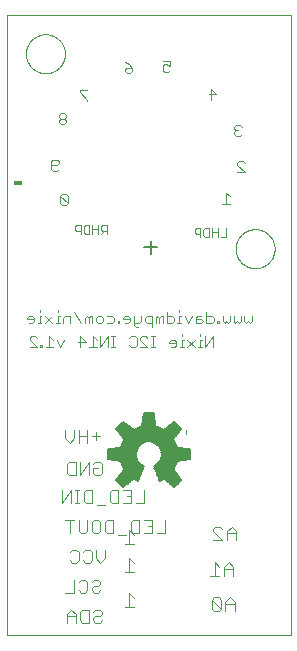
<source format=gbo>
G75*
%MOIN*%
%OFA0B0*%
%FSLAX25Y25*%
%IPPOS*%
%LPD*%
%AMOC8*
5,1,8,0,0,1.08239X$1,22.5*
%
%ADD10C,0.00000*%
%ADD11C,0.00300*%
%ADD12C,0.00400*%
%ADD13C,0.00600*%
%ADD14C,0.00591*%
%ADD15R,0.03000X0.01800*%
D10*
X0007524Y0024687D02*
X0007524Y0231380D01*
X0102012Y0231380D01*
X0102012Y0024687D01*
X0007524Y0024687D01*
X0083701Y0153624D02*
X0083703Y0153785D01*
X0083709Y0153945D01*
X0083719Y0154106D01*
X0083733Y0154266D01*
X0083751Y0154426D01*
X0083772Y0154585D01*
X0083798Y0154744D01*
X0083828Y0154902D01*
X0083861Y0155059D01*
X0083899Y0155216D01*
X0083940Y0155371D01*
X0083985Y0155525D01*
X0084034Y0155678D01*
X0084087Y0155830D01*
X0084143Y0155981D01*
X0084204Y0156130D01*
X0084267Y0156278D01*
X0084335Y0156424D01*
X0084406Y0156568D01*
X0084480Y0156710D01*
X0084558Y0156851D01*
X0084640Y0156989D01*
X0084725Y0157126D01*
X0084813Y0157260D01*
X0084905Y0157392D01*
X0085000Y0157522D01*
X0085098Y0157650D01*
X0085199Y0157775D01*
X0085303Y0157897D01*
X0085410Y0158017D01*
X0085520Y0158134D01*
X0085633Y0158249D01*
X0085749Y0158360D01*
X0085868Y0158469D01*
X0085989Y0158574D01*
X0086113Y0158677D01*
X0086239Y0158777D01*
X0086367Y0158873D01*
X0086498Y0158966D01*
X0086632Y0159056D01*
X0086767Y0159143D01*
X0086905Y0159226D01*
X0087044Y0159306D01*
X0087186Y0159382D01*
X0087329Y0159455D01*
X0087474Y0159524D01*
X0087621Y0159590D01*
X0087769Y0159652D01*
X0087919Y0159710D01*
X0088070Y0159765D01*
X0088223Y0159816D01*
X0088377Y0159863D01*
X0088532Y0159906D01*
X0088688Y0159945D01*
X0088844Y0159981D01*
X0089002Y0160012D01*
X0089160Y0160040D01*
X0089319Y0160064D01*
X0089479Y0160084D01*
X0089639Y0160100D01*
X0089799Y0160112D01*
X0089960Y0160120D01*
X0090121Y0160124D01*
X0090281Y0160124D01*
X0090442Y0160120D01*
X0090603Y0160112D01*
X0090763Y0160100D01*
X0090923Y0160084D01*
X0091083Y0160064D01*
X0091242Y0160040D01*
X0091400Y0160012D01*
X0091558Y0159981D01*
X0091714Y0159945D01*
X0091870Y0159906D01*
X0092025Y0159863D01*
X0092179Y0159816D01*
X0092332Y0159765D01*
X0092483Y0159710D01*
X0092633Y0159652D01*
X0092781Y0159590D01*
X0092928Y0159524D01*
X0093073Y0159455D01*
X0093216Y0159382D01*
X0093358Y0159306D01*
X0093497Y0159226D01*
X0093635Y0159143D01*
X0093770Y0159056D01*
X0093904Y0158966D01*
X0094035Y0158873D01*
X0094163Y0158777D01*
X0094289Y0158677D01*
X0094413Y0158574D01*
X0094534Y0158469D01*
X0094653Y0158360D01*
X0094769Y0158249D01*
X0094882Y0158134D01*
X0094992Y0158017D01*
X0095099Y0157897D01*
X0095203Y0157775D01*
X0095304Y0157650D01*
X0095402Y0157522D01*
X0095497Y0157392D01*
X0095589Y0157260D01*
X0095677Y0157126D01*
X0095762Y0156989D01*
X0095844Y0156851D01*
X0095922Y0156710D01*
X0095996Y0156568D01*
X0096067Y0156424D01*
X0096135Y0156278D01*
X0096198Y0156130D01*
X0096259Y0155981D01*
X0096315Y0155830D01*
X0096368Y0155678D01*
X0096417Y0155525D01*
X0096462Y0155371D01*
X0096503Y0155216D01*
X0096541Y0155059D01*
X0096574Y0154902D01*
X0096604Y0154744D01*
X0096630Y0154585D01*
X0096651Y0154426D01*
X0096669Y0154266D01*
X0096683Y0154106D01*
X0096693Y0153945D01*
X0096699Y0153785D01*
X0096701Y0153624D01*
X0096699Y0153463D01*
X0096693Y0153303D01*
X0096683Y0153142D01*
X0096669Y0152982D01*
X0096651Y0152822D01*
X0096630Y0152663D01*
X0096604Y0152504D01*
X0096574Y0152346D01*
X0096541Y0152189D01*
X0096503Y0152032D01*
X0096462Y0151877D01*
X0096417Y0151723D01*
X0096368Y0151570D01*
X0096315Y0151418D01*
X0096259Y0151267D01*
X0096198Y0151118D01*
X0096135Y0150970D01*
X0096067Y0150824D01*
X0095996Y0150680D01*
X0095922Y0150538D01*
X0095844Y0150397D01*
X0095762Y0150259D01*
X0095677Y0150122D01*
X0095589Y0149988D01*
X0095497Y0149856D01*
X0095402Y0149726D01*
X0095304Y0149598D01*
X0095203Y0149473D01*
X0095099Y0149351D01*
X0094992Y0149231D01*
X0094882Y0149114D01*
X0094769Y0148999D01*
X0094653Y0148888D01*
X0094534Y0148779D01*
X0094413Y0148674D01*
X0094289Y0148571D01*
X0094163Y0148471D01*
X0094035Y0148375D01*
X0093904Y0148282D01*
X0093770Y0148192D01*
X0093635Y0148105D01*
X0093497Y0148022D01*
X0093358Y0147942D01*
X0093216Y0147866D01*
X0093073Y0147793D01*
X0092928Y0147724D01*
X0092781Y0147658D01*
X0092633Y0147596D01*
X0092483Y0147538D01*
X0092332Y0147483D01*
X0092179Y0147432D01*
X0092025Y0147385D01*
X0091870Y0147342D01*
X0091714Y0147303D01*
X0091558Y0147267D01*
X0091400Y0147236D01*
X0091242Y0147208D01*
X0091083Y0147184D01*
X0090923Y0147164D01*
X0090763Y0147148D01*
X0090603Y0147136D01*
X0090442Y0147128D01*
X0090281Y0147124D01*
X0090121Y0147124D01*
X0089960Y0147128D01*
X0089799Y0147136D01*
X0089639Y0147148D01*
X0089479Y0147164D01*
X0089319Y0147184D01*
X0089160Y0147208D01*
X0089002Y0147236D01*
X0088844Y0147267D01*
X0088688Y0147303D01*
X0088532Y0147342D01*
X0088377Y0147385D01*
X0088223Y0147432D01*
X0088070Y0147483D01*
X0087919Y0147538D01*
X0087769Y0147596D01*
X0087621Y0147658D01*
X0087474Y0147724D01*
X0087329Y0147793D01*
X0087186Y0147866D01*
X0087044Y0147942D01*
X0086905Y0148022D01*
X0086767Y0148105D01*
X0086632Y0148192D01*
X0086498Y0148282D01*
X0086367Y0148375D01*
X0086239Y0148471D01*
X0086113Y0148571D01*
X0085989Y0148674D01*
X0085868Y0148779D01*
X0085749Y0148888D01*
X0085633Y0148999D01*
X0085520Y0149114D01*
X0085410Y0149231D01*
X0085303Y0149351D01*
X0085199Y0149473D01*
X0085098Y0149598D01*
X0085000Y0149726D01*
X0084905Y0149856D01*
X0084813Y0149988D01*
X0084725Y0150122D01*
X0084640Y0150259D01*
X0084558Y0150397D01*
X0084480Y0150538D01*
X0084406Y0150680D01*
X0084335Y0150824D01*
X0084267Y0150970D01*
X0084204Y0151118D01*
X0084143Y0151267D01*
X0084087Y0151418D01*
X0084034Y0151570D01*
X0083985Y0151723D01*
X0083940Y0151877D01*
X0083899Y0152032D01*
X0083861Y0152189D01*
X0083828Y0152346D01*
X0083798Y0152504D01*
X0083772Y0152663D01*
X0083751Y0152822D01*
X0083733Y0152982D01*
X0083719Y0153142D01*
X0083709Y0153303D01*
X0083703Y0153463D01*
X0083701Y0153624D01*
X0013819Y0218585D02*
X0013821Y0218746D01*
X0013827Y0218906D01*
X0013837Y0219067D01*
X0013851Y0219227D01*
X0013869Y0219387D01*
X0013890Y0219546D01*
X0013916Y0219705D01*
X0013946Y0219863D01*
X0013979Y0220020D01*
X0014017Y0220177D01*
X0014058Y0220332D01*
X0014103Y0220486D01*
X0014152Y0220639D01*
X0014205Y0220791D01*
X0014261Y0220942D01*
X0014322Y0221091D01*
X0014385Y0221239D01*
X0014453Y0221385D01*
X0014524Y0221529D01*
X0014598Y0221671D01*
X0014676Y0221812D01*
X0014758Y0221950D01*
X0014843Y0222087D01*
X0014931Y0222221D01*
X0015023Y0222353D01*
X0015118Y0222483D01*
X0015216Y0222611D01*
X0015317Y0222736D01*
X0015421Y0222858D01*
X0015528Y0222978D01*
X0015638Y0223095D01*
X0015751Y0223210D01*
X0015867Y0223321D01*
X0015986Y0223430D01*
X0016107Y0223535D01*
X0016231Y0223638D01*
X0016357Y0223738D01*
X0016485Y0223834D01*
X0016616Y0223927D01*
X0016750Y0224017D01*
X0016885Y0224104D01*
X0017023Y0224187D01*
X0017162Y0224267D01*
X0017304Y0224343D01*
X0017447Y0224416D01*
X0017592Y0224485D01*
X0017739Y0224551D01*
X0017887Y0224613D01*
X0018037Y0224671D01*
X0018188Y0224726D01*
X0018341Y0224777D01*
X0018495Y0224824D01*
X0018650Y0224867D01*
X0018806Y0224906D01*
X0018962Y0224942D01*
X0019120Y0224973D01*
X0019278Y0225001D01*
X0019437Y0225025D01*
X0019597Y0225045D01*
X0019757Y0225061D01*
X0019917Y0225073D01*
X0020078Y0225081D01*
X0020239Y0225085D01*
X0020399Y0225085D01*
X0020560Y0225081D01*
X0020721Y0225073D01*
X0020881Y0225061D01*
X0021041Y0225045D01*
X0021201Y0225025D01*
X0021360Y0225001D01*
X0021518Y0224973D01*
X0021676Y0224942D01*
X0021832Y0224906D01*
X0021988Y0224867D01*
X0022143Y0224824D01*
X0022297Y0224777D01*
X0022450Y0224726D01*
X0022601Y0224671D01*
X0022751Y0224613D01*
X0022899Y0224551D01*
X0023046Y0224485D01*
X0023191Y0224416D01*
X0023334Y0224343D01*
X0023476Y0224267D01*
X0023615Y0224187D01*
X0023753Y0224104D01*
X0023888Y0224017D01*
X0024022Y0223927D01*
X0024153Y0223834D01*
X0024281Y0223738D01*
X0024407Y0223638D01*
X0024531Y0223535D01*
X0024652Y0223430D01*
X0024771Y0223321D01*
X0024887Y0223210D01*
X0025000Y0223095D01*
X0025110Y0222978D01*
X0025217Y0222858D01*
X0025321Y0222736D01*
X0025422Y0222611D01*
X0025520Y0222483D01*
X0025615Y0222353D01*
X0025707Y0222221D01*
X0025795Y0222087D01*
X0025880Y0221950D01*
X0025962Y0221812D01*
X0026040Y0221671D01*
X0026114Y0221529D01*
X0026185Y0221385D01*
X0026253Y0221239D01*
X0026316Y0221091D01*
X0026377Y0220942D01*
X0026433Y0220791D01*
X0026486Y0220639D01*
X0026535Y0220486D01*
X0026580Y0220332D01*
X0026621Y0220177D01*
X0026659Y0220020D01*
X0026692Y0219863D01*
X0026722Y0219705D01*
X0026748Y0219546D01*
X0026769Y0219387D01*
X0026787Y0219227D01*
X0026801Y0219067D01*
X0026811Y0218906D01*
X0026817Y0218746D01*
X0026819Y0218585D01*
X0026817Y0218424D01*
X0026811Y0218264D01*
X0026801Y0218103D01*
X0026787Y0217943D01*
X0026769Y0217783D01*
X0026748Y0217624D01*
X0026722Y0217465D01*
X0026692Y0217307D01*
X0026659Y0217150D01*
X0026621Y0216993D01*
X0026580Y0216838D01*
X0026535Y0216684D01*
X0026486Y0216531D01*
X0026433Y0216379D01*
X0026377Y0216228D01*
X0026316Y0216079D01*
X0026253Y0215931D01*
X0026185Y0215785D01*
X0026114Y0215641D01*
X0026040Y0215499D01*
X0025962Y0215358D01*
X0025880Y0215220D01*
X0025795Y0215083D01*
X0025707Y0214949D01*
X0025615Y0214817D01*
X0025520Y0214687D01*
X0025422Y0214559D01*
X0025321Y0214434D01*
X0025217Y0214312D01*
X0025110Y0214192D01*
X0025000Y0214075D01*
X0024887Y0213960D01*
X0024771Y0213849D01*
X0024652Y0213740D01*
X0024531Y0213635D01*
X0024407Y0213532D01*
X0024281Y0213432D01*
X0024153Y0213336D01*
X0024022Y0213243D01*
X0023888Y0213153D01*
X0023753Y0213066D01*
X0023615Y0212983D01*
X0023476Y0212903D01*
X0023334Y0212827D01*
X0023191Y0212754D01*
X0023046Y0212685D01*
X0022899Y0212619D01*
X0022751Y0212557D01*
X0022601Y0212499D01*
X0022450Y0212444D01*
X0022297Y0212393D01*
X0022143Y0212346D01*
X0021988Y0212303D01*
X0021832Y0212264D01*
X0021676Y0212228D01*
X0021518Y0212197D01*
X0021360Y0212169D01*
X0021201Y0212145D01*
X0021041Y0212125D01*
X0020881Y0212109D01*
X0020721Y0212097D01*
X0020560Y0212089D01*
X0020399Y0212085D01*
X0020239Y0212085D01*
X0020078Y0212089D01*
X0019917Y0212097D01*
X0019757Y0212109D01*
X0019597Y0212125D01*
X0019437Y0212145D01*
X0019278Y0212169D01*
X0019120Y0212197D01*
X0018962Y0212228D01*
X0018806Y0212264D01*
X0018650Y0212303D01*
X0018495Y0212346D01*
X0018341Y0212393D01*
X0018188Y0212444D01*
X0018037Y0212499D01*
X0017887Y0212557D01*
X0017739Y0212619D01*
X0017592Y0212685D01*
X0017447Y0212754D01*
X0017304Y0212827D01*
X0017162Y0212903D01*
X0017023Y0212983D01*
X0016885Y0213066D01*
X0016750Y0213153D01*
X0016616Y0213243D01*
X0016485Y0213336D01*
X0016357Y0213432D01*
X0016231Y0213532D01*
X0016107Y0213635D01*
X0015986Y0213740D01*
X0015867Y0213849D01*
X0015751Y0213960D01*
X0015638Y0214075D01*
X0015528Y0214192D01*
X0015421Y0214312D01*
X0015317Y0214434D01*
X0015216Y0214559D01*
X0015118Y0214687D01*
X0015023Y0214817D01*
X0014931Y0214949D01*
X0014843Y0215083D01*
X0014758Y0215220D01*
X0014676Y0215358D01*
X0014598Y0215499D01*
X0014524Y0215641D01*
X0014453Y0215785D01*
X0014385Y0215931D01*
X0014322Y0216079D01*
X0014261Y0216228D01*
X0014205Y0216379D01*
X0014152Y0216531D01*
X0014103Y0216684D01*
X0014058Y0216838D01*
X0014017Y0216993D01*
X0013979Y0217150D01*
X0013946Y0217307D01*
X0013916Y0217465D01*
X0013890Y0217624D01*
X0013869Y0217783D01*
X0013851Y0217943D01*
X0013837Y0218103D01*
X0013827Y0218264D01*
X0013821Y0218424D01*
X0013819Y0218585D01*
D11*
X0025385Y0198788D02*
X0024778Y0198182D01*
X0024778Y0197575D01*
X0025385Y0196968D01*
X0026598Y0196968D01*
X0027205Y0197575D01*
X0027205Y0198182D01*
X0026598Y0198788D01*
X0025385Y0198788D01*
X0025385Y0196968D02*
X0024778Y0196361D01*
X0024778Y0195755D01*
X0025385Y0195148D01*
X0026598Y0195148D01*
X0027205Y0195755D01*
X0027205Y0196361D01*
X0026598Y0196968D01*
X0034252Y0203349D02*
X0031825Y0205776D01*
X0031825Y0206383D01*
X0034252Y0206383D01*
X0034252Y0203349D02*
X0034252Y0202743D01*
X0024114Y0183320D02*
X0022901Y0183320D01*
X0022294Y0182713D01*
X0022294Y0180286D01*
X0022901Y0179680D01*
X0024114Y0179680D01*
X0024721Y0180286D01*
X0024114Y0181500D02*
X0024721Y0182106D01*
X0024721Y0182713D01*
X0024114Y0183320D01*
X0024114Y0181500D02*
X0022294Y0181500D01*
X0025932Y0171804D02*
X0025325Y0171197D01*
X0027752Y0168771D01*
X0027145Y0168164D01*
X0025932Y0168164D01*
X0025325Y0168771D01*
X0025325Y0171197D01*
X0025932Y0171804D02*
X0027145Y0171804D01*
X0027752Y0171197D01*
X0027752Y0168771D01*
X0030610Y0161484D02*
X0030135Y0161009D01*
X0030135Y0160058D01*
X0030610Y0159583D01*
X0032036Y0159583D01*
X0032036Y0158632D02*
X0032036Y0161484D01*
X0030610Y0161484D01*
X0033035Y0161009D02*
X0033035Y0159108D01*
X0033510Y0158632D01*
X0034936Y0158632D01*
X0034936Y0161484D01*
X0033510Y0161484D01*
X0033035Y0161009D01*
X0035935Y0161484D02*
X0035935Y0158632D01*
X0035935Y0160058D02*
X0037836Y0160058D01*
X0038835Y0160058D02*
X0039310Y0159583D01*
X0040736Y0159583D01*
X0039786Y0159583D02*
X0038835Y0158632D01*
X0037836Y0158632D02*
X0037836Y0161484D01*
X0038835Y0161009D02*
X0038835Y0160058D01*
X0038835Y0161009D02*
X0039310Y0161484D01*
X0040736Y0161484D01*
X0040736Y0158632D01*
X0040722Y0131280D02*
X0042542Y0131280D01*
X0043149Y0130673D01*
X0043149Y0129460D01*
X0042542Y0128853D01*
X0040722Y0128853D01*
X0039524Y0129460D02*
X0039524Y0130673D01*
X0038917Y0131280D01*
X0037703Y0131280D01*
X0037097Y0130673D01*
X0037097Y0129460D01*
X0037703Y0128853D01*
X0038917Y0128853D01*
X0039524Y0129460D01*
X0038566Y0124461D02*
X0038566Y0120821D01*
X0040993Y0124461D01*
X0040993Y0120821D01*
X0042196Y0120821D02*
X0043409Y0120821D01*
X0042803Y0120821D02*
X0042803Y0124461D01*
X0043409Y0124461D02*
X0042196Y0124461D01*
X0044355Y0128853D02*
X0044961Y0128853D01*
X0044961Y0129460D01*
X0044355Y0129460D01*
X0044355Y0128853D01*
X0046160Y0130066D02*
X0048586Y0130066D01*
X0048586Y0129460D02*
X0048586Y0130673D01*
X0047980Y0131280D01*
X0046766Y0131280D01*
X0046160Y0130673D01*
X0046160Y0130066D01*
X0046766Y0128853D02*
X0047980Y0128853D01*
X0048586Y0129460D01*
X0049785Y0128853D02*
X0051605Y0128853D01*
X0052212Y0129460D01*
X0052212Y0131280D01*
X0053410Y0130673D02*
X0053410Y0129460D01*
X0054017Y0128853D01*
X0055837Y0128853D01*
X0057035Y0128853D02*
X0057035Y0130673D01*
X0057642Y0131280D01*
X0058248Y0130673D01*
X0058248Y0128853D01*
X0059462Y0128853D02*
X0059462Y0131280D01*
X0058855Y0131280D01*
X0058248Y0130673D01*
X0055837Y0131280D02*
X0055837Y0127639D01*
X0056095Y0124461D02*
X0056095Y0120821D01*
X0056702Y0120821D02*
X0055488Y0120821D01*
X0054285Y0120821D02*
X0051858Y0123248D01*
X0051858Y0123855D01*
X0052465Y0124461D01*
X0053678Y0124461D01*
X0054285Y0123855D01*
X0055488Y0124461D02*
X0056702Y0124461D01*
X0054285Y0120821D02*
X0051858Y0120821D01*
X0050660Y0121428D02*
X0050053Y0120821D01*
X0048840Y0120821D01*
X0048233Y0121428D01*
X0048233Y0123855D02*
X0048840Y0124461D01*
X0050053Y0124461D01*
X0050660Y0123855D01*
X0050660Y0121428D01*
X0050391Y0127639D02*
X0050998Y0127639D01*
X0050391Y0127639D02*
X0049785Y0128246D01*
X0049785Y0131280D01*
X0053410Y0130673D02*
X0054017Y0131280D01*
X0055837Y0131280D01*
X0060660Y0131280D02*
X0062480Y0131280D01*
X0063087Y0130673D01*
X0063087Y0129460D01*
X0062480Y0128853D01*
X0060660Y0128853D01*
X0060660Y0132493D01*
X0064290Y0128853D02*
X0065504Y0128853D01*
X0064897Y0128853D02*
X0064897Y0131280D01*
X0065504Y0131280D01*
X0066702Y0131280D02*
X0067915Y0128853D01*
X0069129Y0131280D01*
X0070327Y0130673D02*
X0070327Y0128853D01*
X0072147Y0128853D01*
X0072754Y0129460D01*
X0072147Y0130066D01*
X0070327Y0130066D01*
X0070327Y0130673D02*
X0070934Y0131280D01*
X0072147Y0131280D01*
X0073952Y0131280D02*
X0075772Y0131280D01*
X0076379Y0130673D01*
X0076379Y0129460D01*
X0075772Y0128853D01*
X0073952Y0128853D01*
X0073952Y0132493D01*
X0077585Y0129460D02*
X0077585Y0128853D01*
X0078192Y0128853D01*
X0078192Y0129460D01*
X0077585Y0129460D01*
X0079390Y0129460D02*
X0079390Y0131280D01*
X0079390Y0129460D02*
X0079997Y0128853D01*
X0080603Y0129460D01*
X0081210Y0128853D01*
X0081817Y0129460D01*
X0081817Y0131280D01*
X0083015Y0131280D02*
X0083015Y0129460D01*
X0083622Y0128853D01*
X0084229Y0129460D01*
X0084835Y0128853D01*
X0085442Y0129460D01*
X0085442Y0131280D01*
X0086640Y0131280D02*
X0086640Y0129460D01*
X0087247Y0128853D01*
X0087854Y0129460D01*
X0088460Y0128853D01*
X0089067Y0129460D01*
X0089067Y0131280D01*
X0076036Y0124461D02*
X0076036Y0120821D01*
X0073609Y0120821D02*
X0073609Y0124461D01*
X0072410Y0123248D02*
X0071804Y0123248D01*
X0071804Y0120821D01*
X0072410Y0120821D02*
X0071197Y0120821D01*
X0069994Y0120821D02*
X0067567Y0123248D01*
X0066369Y0123248D02*
X0065762Y0123248D01*
X0065762Y0120821D01*
X0066369Y0120821D02*
X0065155Y0120821D01*
X0063952Y0121428D02*
X0063952Y0122641D01*
X0063345Y0123248D01*
X0062132Y0123248D01*
X0061525Y0122641D01*
X0061525Y0122035D01*
X0063952Y0122035D01*
X0063952Y0121428D02*
X0063345Y0120821D01*
X0062132Y0120821D01*
X0065762Y0124461D02*
X0065762Y0125068D01*
X0069994Y0123248D02*
X0067567Y0120821D01*
X0071804Y0124461D02*
X0071804Y0125068D01*
X0076036Y0124461D02*
X0073609Y0120821D01*
X0064897Y0132493D02*
X0064897Y0133100D01*
X0071942Y0157632D02*
X0071942Y0160484D01*
X0070516Y0160484D01*
X0070040Y0160009D01*
X0070040Y0159058D01*
X0070516Y0158583D01*
X0071942Y0158583D01*
X0072940Y0158108D02*
X0072940Y0160009D01*
X0073416Y0160484D01*
X0074842Y0160484D01*
X0074842Y0157632D01*
X0073416Y0157632D01*
X0072940Y0158108D01*
X0075840Y0157632D02*
X0075840Y0160484D01*
X0075840Y0159058D02*
X0077742Y0159058D01*
X0077742Y0157632D02*
X0077742Y0160484D01*
X0078741Y0157632D02*
X0080642Y0157632D01*
X0080642Y0160484D01*
X0080523Y0168648D02*
X0080523Y0172288D01*
X0081736Y0171075D01*
X0081736Y0168648D02*
X0079310Y0168648D01*
X0084294Y0179195D02*
X0086721Y0179195D01*
X0084294Y0181622D01*
X0084294Y0182229D01*
X0084901Y0182835D01*
X0086114Y0182835D01*
X0086721Y0182229D01*
X0085114Y0191211D02*
X0083901Y0191211D01*
X0083294Y0191818D01*
X0083294Y0192424D01*
X0083901Y0193031D01*
X0084507Y0193031D01*
X0083901Y0193031D02*
X0083294Y0193638D01*
X0083294Y0194245D01*
X0083901Y0194851D01*
X0085114Y0194851D01*
X0085721Y0194245D01*
X0085721Y0191818D02*
X0085114Y0191211D01*
X0077221Y0205047D02*
X0074794Y0205047D01*
X0075401Y0206867D02*
X0077221Y0205047D01*
X0075401Y0203227D02*
X0075401Y0206867D01*
X0061768Y0213286D02*
X0061161Y0212680D01*
X0059948Y0212680D01*
X0059341Y0213286D01*
X0059341Y0214500D01*
X0059948Y0215106D01*
X0060554Y0215106D01*
X0061768Y0214500D01*
X0061768Y0216320D01*
X0059341Y0216320D01*
X0049236Y0214015D02*
X0047416Y0214015D01*
X0046810Y0213409D01*
X0046810Y0212802D01*
X0047416Y0212195D01*
X0048630Y0212195D01*
X0049236Y0212802D01*
X0049236Y0214015D01*
X0048023Y0215229D01*
X0046810Y0215835D01*
X0024416Y0133100D02*
X0024416Y0132493D01*
X0024416Y0131280D02*
X0024416Y0128853D01*
X0023810Y0128853D02*
X0025023Y0128853D01*
X0026221Y0128853D02*
X0026221Y0130673D01*
X0026828Y0131280D01*
X0028648Y0131280D01*
X0028648Y0128853D01*
X0032273Y0128853D02*
X0029847Y0132493D01*
X0033472Y0130673D02*
X0033472Y0128853D01*
X0034685Y0128853D02*
X0034685Y0130673D01*
X0034078Y0131280D01*
X0033472Y0130673D01*
X0034685Y0130673D02*
X0035292Y0131280D01*
X0035898Y0131280D01*
X0035898Y0128853D01*
X0036154Y0124461D02*
X0036154Y0120821D01*
X0037367Y0120821D02*
X0034941Y0120821D01*
X0033742Y0122641D02*
X0031316Y0122641D01*
X0031922Y0120821D02*
X0031922Y0124461D01*
X0033742Y0122641D01*
X0036154Y0124461D02*
X0037367Y0123248D01*
X0026492Y0123248D02*
X0025279Y0120821D01*
X0024065Y0123248D01*
X0022867Y0123248D02*
X0021654Y0124461D01*
X0021654Y0120821D01*
X0022867Y0120821D02*
X0020440Y0120821D01*
X0019242Y0120821D02*
X0019242Y0121428D01*
X0018635Y0121428D01*
X0018635Y0120821D01*
X0019242Y0120821D01*
X0017429Y0120821D02*
X0015002Y0123248D01*
X0015002Y0123855D01*
X0015609Y0124461D01*
X0016823Y0124461D01*
X0017429Y0123855D01*
X0017429Y0120821D02*
X0015002Y0120821D01*
X0014744Y0128853D02*
X0015958Y0128853D01*
X0016564Y0129460D01*
X0016564Y0130673D01*
X0015958Y0131280D01*
X0014744Y0131280D01*
X0014138Y0130673D01*
X0014138Y0130066D01*
X0016564Y0130066D01*
X0017768Y0128853D02*
X0018981Y0128853D01*
X0018374Y0128853D02*
X0018374Y0131280D01*
X0018981Y0131280D01*
X0020180Y0131280D02*
X0022606Y0128853D01*
X0020180Y0128853D02*
X0022606Y0131280D01*
X0024416Y0131280D02*
X0025023Y0131280D01*
X0018374Y0132493D02*
X0018374Y0133100D01*
D12*
X0026986Y0093325D02*
X0026986Y0090440D01*
X0028429Y0088997D01*
X0029872Y0090440D01*
X0029872Y0093325D01*
X0031337Y0093325D02*
X0031337Y0088997D01*
X0031337Y0091161D02*
X0034222Y0091161D01*
X0035687Y0091161D02*
X0038572Y0091161D01*
X0037129Y0092604D02*
X0037129Y0089719D01*
X0034222Y0088997D02*
X0034222Y0093325D01*
X0034773Y0082601D02*
X0031887Y0078273D01*
X0031887Y0082601D01*
X0030422Y0082601D02*
X0028258Y0082601D01*
X0027537Y0081880D01*
X0027537Y0078994D01*
X0028258Y0078273D01*
X0030422Y0078273D01*
X0030422Y0082601D01*
X0034773Y0082601D02*
X0034773Y0078273D01*
X0036237Y0078994D02*
X0036237Y0080437D01*
X0037680Y0080437D01*
X0039123Y0081880D02*
X0038401Y0082601D01*
X0036959Y0082601D01*
X0036237Y0081880D01*
X0039123Y0081880D02*
X0039123Y0078994D01*
X0038401Y0078273D01*
X0036959Y0078273D01*
X0036237Y0078994D01*
X0035923Y0073215D02*
X0033759Y0073215D01*
X0033038Y0072494D01*
X0033038Y0069608D01*
X0033759Y0068887D01*
X0035923Y0068887D01*
X0035923Y0073215D01*
X0037388Y0068166D02*
X0040274Y0068166D01*
X0041738Y0069608D02*
X0041738Y0072494D01*
X0042460Y0073215D01*
X0044624Y0073215D01*
X0044624Y0068887D01*
X0042460Y0068887D01*
X0041738Y0069608D01*
X0040759Y0063215D02*
X0042923Y0063215D01*
X0042923Y0058887D01*
X0040759Y0058887D01*
X0040038Y0059608D01*
X0040038Y0062494D01*
X0040759Y0063215D01*
X0038573Y0062494D02*
X0038573Y0059608D01*
X0037852Y0058887D01*
X0036409Y0058887D01*
X0035688Y0059608D01*
X0035688Y0062494D01*
X0036409Y0063215D01*
X0037852Y0063215D01*
X0038573Y0062494D01*
X0034223Y0063215D02*
X0034223Y0059608D01*
X0033502Y0058887D01*
X0032059Y0058887D01*
X0031338Y0059608D01*
X0031338Y0063215D01*
X0029873Y0063215D02*
X0026988Y0063215D01*
X0028430Y0063215D02*
X0028430Y0058887D01*
X0029208Y0053325D02*
X0028486Y0052604D01*
X0029208Y0053325D02*
X0030650Y0053325D01*
X0031372Y0052604D01*
X0031372Y0049719D01*
X0030650Y0048997D01*
X0029208Y0048997D01*
X0028486Y0049719D01*
X0032837Y0049719D02*
X0033558Y0048997D01*
X0035001Y0048997D01*
X0035722Y0049719D01*
X0035722Y0052604D01*
X0035001Y0053325D01*
X0033558Y0053325D01*
X0032837Y0052604D01*
X0037187Y0053325D02*
X0037187Y0050440D01*
X0038629Y0048997D01*
X0040072Y0050440D01*
X0040072Y0053325D01*
X0044388Y0058166D02*
X0047274Y0058166D01*
X0048309Y0059806D02*
X0048309Y0055202D01*
X0046775Y0055202D02*
X0049844Y0055202D01*
X0049844Y0058271D02*
X0048309Y0059806D01*
X0048738Y0059608D02*
X0048738Y0062494D01*
X0049460Y0063215D01*
X0051624Y0063215D01*
X0051624Y0058887D01*
X0049460Y0058887D01*
X0048738Y0059608D01*
X0053089Y0058887D02*
X0055974Y0058887D01*
X0055974Y0063215D01*
X0053089Y0063215D01*
X0054531Y0061051D02*
X0055974Y0061051D01*
X0057439Y0058887D02*
X0060324Y0058887D01*
X0060324Y0063215D01*
X0053324Y0068887D02*
X0050439Y0068887D01*
X0048974Y0068887D02*
X0046089Y0068887D01*
X0047531Y0071051D02*
X0048974Y0071051D01*
X0048974Y0073215D02*
X0048974Y0068887D01*
X0048974Y0073215D02*
X0046089Y0073215D01*
X0053324Y0073215D02*
X0053324Y0068887D01*
X0048309Y0050357D02*
X0048309Y0045753D01*
X0046775Y0045753D02*
X0049844Y0045753D01*
X0049844Y0048823D02*
X0048309Y0050357D01*
X0048325Y0038727D02*
X0048325Y0034123D01*
X0049860Y0034123D02*
X0046790Y0034123D01*
X0049860Y0037193D02*
X0048325Y0038727D01*
X0039072Y0032604D02*
X0039072Y0031883D01*
X0038351Y0031161D01*
X0036908Y0031161D01*
X0036187Y0030440D01*
X0036187Y0029719D01*
X0036908Y0028997D01*
X0038351Y0028997D01*
X0039072Y0029719D01*
X0039072Y0032604D02*
X0038351Y0033325D01*
X0036908Y0033325D01*
X0036187Y0032604D01*
X0034722Y0033325D02*
X0034722Y0028997D01*
X0032558Y0028997D01*
X0031837Y0029719D01*
X0031837Y0032604D01*
X0032558Y0033325D01*
X0034722Y0033325D01*
X0033501Y0038997D02*
X0032058Y0038997D01*
X0031337Y0039719D01*
X0029872Y0038997D02*
X0026986Y0038997D01*
X0029872Y0038997D02*
X0029872Y0043325D01*
X0031337Y0042604D02*
X0032058Y0043325D01*
X0033501Y0043325D01*
X0034222Y0042604D01*
X0034222Y0039719D01*
X0033501Y0038997D01*
X0035687Y0039719D02*
X0036408Y0038997D01*
X0037851Y0038997D01*
X0038572Y0039719D01*
X0037851Y0041161D02*
X0036408Y0041161D01*
X0035687Y0040440D01*
X0035687Y0039719D01*
X0035687Y0042604D02*
X0036408Y0043325D01*
X0037851Y0043325D01*
X0038572Y0042604D01*
X0038572Y0041883D01*
X0037851Y0041161D01*
X0028929Y0033325D02*
X0030372Y0031883D01*
X0030372Y0028997D01*
X0030372Y0031161D02*
X0027486Y0031161D01*
X0027486Y0031883D02*
X0027486Y0028997D01*
X0027486Y0031883D02*
X0028929Y0033325D01*
X0028673Y0068887D02*
X0028673Y0073215D01*
X0025788Y0068887D01*
X0025788Y0073215D01*
X0030131Y0073215D02*
X0031573Y0073215D01*
X0030852Y0073215D02*
X0030852Y0068887D01*
X0031573Y0068887D02*
X0030131Y0068887D01*
X0055001Y0092010D02*
X0055001Y0093191D01*
X0067205Y0093191D02*
X0067205Y0092010D01*
X0076981Y0060987D02*
X0078516Y0060987D01*
X0079283Y0060220D01*
X0080818Y0059452D02*
X0080818Y0056383D01*
X0079283Y0056383D02*
X0076214Y0059452D01*
X0076214Y0060220D01*
X0076981Y0060987D01*
X0076214Y0056383D02*
X0079283Y0056383D01*
X0080818Y0058685D02*
X0083887Y0058685D01*
X0083887Y0059452D02*
X0082352Y0060987D01*
X0080818Y0059452D01*
X0083887Y0059452D02*
X0083887Y0056383D01*
X0081352Y0049176D02*
X0079818Y0047641D01*
X0079818Y0044572D01*
X0078283Y0044572D02*
X0075214Y0044572D01*
X0076749Y0044572D02*
X0076749Y0049176D01*
X0078283Y0047641D01*
X0079818Y0046874D02*
X0082887Y0046874D01*
X0082887Y0047641D02*
X0081352Y0049176D01*
X0082887Y0047641D02*
X0082887Y0044572D01*
X0081856Y0037365D02*
X0080322Y0035830D01*
X0080322Y0032761D01*
X0078787Y0033528D02*
X0078787Y0036598D01*
X0078020Y0037365D01*
X0076485Y0037365D01*
X0075718Y0036598D01*
X0078787Y0033528D01*
X0078020Y0032761D01*
X0076485Y0032761D01*
X0075718Y0033528D01*
X0075718Y0036598D01*
X0080322Y0035063D02*
X0083391Y0035063D01*
X0083391Y0035830D02*
X0081856Y0037365D01*
X0083391Y0035830D02*
X0083391Y0032761D01*
D13*
X0055435Y0151897D02*
X0055435Y0156168D01*
X0057571Y0154032D02*
X0053300Y0154032D01*
D14*
X0053089Y0098758D02*
X0056447Y0098758D01*
X0056899Y0094312D01*
X0057905Y0094020D01*
X0058871Y0093620D01*
X0059788Y0093115D01*
X0063252Y0095939D01*
X0065627Y0093564D01*
X0062802Y0090101D01*
X0063307Y0089184D01*
X0063708Y0088217D01*
X0063999Y0087212D01*
X0068445Y0086760D01*
X0068445Y0083402D01*
X0063999Y0082950D01*
X0063708Y0081945D01*
X0063307Y0080978D01*
X0062802Y0080061D01*
X0065627Y0076597D01*
X0063252Y0074223D01*
X0059788Y0077047D01*
X0059106Y0076659D01*
X0058394Y0076328D01*
X0056416Y0081102D01*
X0057059Y0081435D01*
X0057638Y0081870D01*
X0058135Y0082396D01*
X0058537Y0082998D01*
X0058833Y0083659D01*
X0059014Y0084359D01*
X0059075Y0085081D01*
X0058999Y0085885D01*
X0058774Y0086661D01*
X0058409Y0087381D01*
X0057915Y0088020D01*
X0057311Y0088556D01*
X0056618Y0088970D01*
X0055859Y0089247D01*
X0055062Y0089377D01*
X0054255Y0089356D01*
X0053466Y0089185D01*
X0052722Y0088870D01*
X0052051Y0088421D01*
X0051475Y0087855D01*
X0051015Y0087191D01*
X0050687Y0086454D01*
X0050502Y0085667D01*
X0050468Y0084860D01*
X0050584Y0084061D01*
X0050848Y0083298D01*
X0051250Y0082598D01*
X0051776Y0081984D01*
X0052406Y0081480D01*
X0053120Y0081102D01*
X0051143Y0076328D01*
X0050431Y0076659D01*
X0049748Y0077047D01*
X0046285Y0074223D01*
X0043910Y0076597D01*
X0046734Y0080061D01*
X0046229Y0080978D01*
X0045829Y0081945D01*
X0045538Y0082950D01*
X0041091Y0083402D01*
X0041091Y0086760D01*
X0045538Y0087212D01*
X0045829Y0088217D01*
X0046229Y0089184D01*
X0046734Y0090101D01*
X0043910Y0093564D01*
X0046285Y0095939D01*
X0049748Y0093115D01*
X0050665Y0093620D01*
X0051632Y0094020D01*
X0052637Y0094312D01*
X0053089Y0098758D01*
X0053045Y0098320D02*
X0056492Y0098320D01*
X0056552Y0097731D02*
X0052985Y0097731D01*
X0052925Y0097142D02*
X0056612Y0097142D01*
X0056671Y0096553D02*
X0052865Y0096553D01*
X0052805Y0095964D02*
X0056731Y0095964D01*
X0056791Y0095375D02*
X0052745Y0095375D01*
X0052685Y0094786D02*
X0056851Y0094786D01*
X0057296Y0094196D02*
X0052240Y0094196D01*
X0050643Y0093607D02*
X0058894Y0093607D01*
X0060392Y0093607D02*
X0065583Y0093607D01*
X0065181Y0093018D02*
X0044355Y0093018D01*
X0043953Y0093607D02*
X0049144Y0093607D01*
X0048422Y0094196D02*
X0044542Y0094196D01*
X0045131Y0094786D02*
X0047699Y0094786D01*
X0046977Y0095375D02*
X0045720Y0095375D01*
X0044835Y0092429D02*
X0064701Y0092429D01*
X0064221Y0091840D02*
X0045316Y0091840D01*
X0045796Y0091251D02*
X0063740Y0091251D01*
X0063260Y0090662D02*
X0046276Y0090662D01*
X0046719Y0090073D02*
X0062818Y0090073D01*
X0063142Y0089484D02*
X0046394Y0089484D01*
X0046110Y0088895D02*
X0052781Y0088895D01*
X0051933Y0088306D02*
X0045866Y0088306D01*
X0045684Y0087717D02*
X0051379Y0087717D01*
X0050986Y0087128D02*
X0044709Y0087128D01*
X0045001Y0083004D02*
X0051017Y0083004D01*
X0050746Y0083593D02*
X0041091Y0083593D01*
X0041091Y0084182D02*
X0050567Y0084182D01*
X0050481Y0084771D02*
X0041091Y0084771D01*
X0041091Y0085361D02*
X0050489Y0085361D01*
X0050568Y0085950D02*
X0041091Y0085950D01*
X0041091Y0086539D02*
X0050725Y0086539D01*
X0051406Y0082415D02*
X0045692Y0082415D01*
X0045878Y0081826D02*
X0051974Y0081826D01*
X0052866Y0081237D02*
X0046122Y0081237D01*
X0046411Y0080648D02*
X0052932Y0080648D01*
X0052688Y0080059D02*
X0046733Y0080059D01*
X0046252Y0079470D02*
X0052444Y0079470D01*
X0052200Y0078881D02*
X0045772Y0078881D01*
X0045292Y0078292D02*
X0051956Y0078292D01*
X0051712Y0077703D02*
X0044811Y0077703D01*
X0044331Y0077114D02*
X0051468Y0077114D01*
X0051224Y0076525D02*
X0050720Y0076525D01*
X0049108Y0076525D02*
X0043983Y0076525D01*
X0044572Y0075936D02*
X0048386Y0075936D01*
X0047663Y0075346D02*
X0045161Y0075346D01*
X0045750Y0074757D02*
X0046941Y0074757D01*
X0057337Y0078881D02*
X0063765Y0078881D01*
X0064245Y0078292D02*
X0057581Y0078292D01*
X0057825Y0077703D02*
X0064725Y0077703D01*
X0065205Y0077114D02*
X0058069Y0077114D01*
X0058313Y0076525D02*
X0058817Y0076525D01*
X0060428Y0076525D02*
X0065554Y0076525D01*
X0064965Y0075936D02*
X0061151Y0075936D01*
X0061873Y0075346D02*
X0064376Y0075346D01*
X0063787Y0074757D02*
X0062596Y0074757D01*
X0063284Y0079470D02*
X0057093Y0079470D01*
X0056849Y0080059D02*
X0062804Y0080059D01*
X0063126Y0080648D02*
X0056605Y0080648D01*
X0056677Y0081237D02*
X0063415Y0081237D01*
X0063659Y0081826D02*
X0057580Y0081826D01*
X0058148Y0082415D02*
X0063844Y0082415D01*
X0064536Y0083004D02*
X0058540Y0083004D01*
X0058804Y0083593D02*
X0068445Y0083593D01*
X0068445Y0084182D02*
X0058968Y0084182D01*
X0059048Y0084771D02*
X0068445Y0084771D01*
X0068445Y0085361D02*
X0059048Y0085361D01*
X0058980Y0085950D02*
X0068445Y0085950D01*
X0068445Y0086539D02*
X0058810Y0086539D01*
X0058537Y0087128D02*
X0064827Y0087128D01*
X0063853Y0087717D02*
X0058150Y0087717D01*
X0057593Y0088306D02*
X0063671Y0088306D01*
X0063427Y0088895D02*
X0056743Y0088895D01*
X0061115Y0094196D02*
X0064994Y0094196D01*
X0064405Y0094786D02*
X0061837Y0094786D01*
X0062559Y0095375D02*
X0063816Y0095375D01*
D15*
X0011264Y0175514D03*
M02*

</source>
